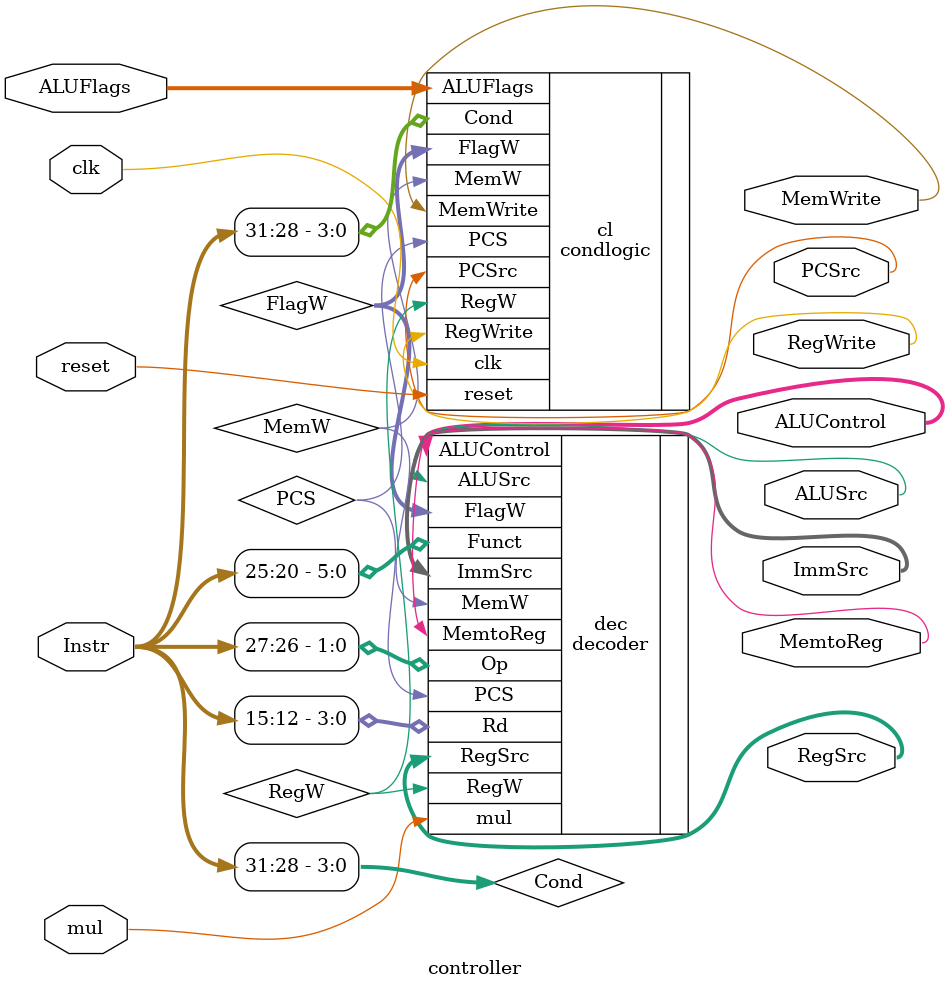
<source format=v>
module controller (
    input         clk,       // 时钟
    input         reset,     // 同步复位（高有效）
    input [31:12] Instr,     // 指令位段
    input [  3:0] ALUFlags,  // ALU NZCV 标志
    input         mul,

    output [3:0] RegSrc,      // 寄存器读端口选择
    output       RegWrite,    // 寄存器写使能
    output [2:0] ImmSrc,      // 立即数扩展控制
    output       ALUSrc,      // ALU SrcB 选择
    output [2:0] ALUControl,  // ALU 运算控制
    output       MemtoReg,    // 写回数据选择
    output       MemWrite,    // 数据存储器写使能
    output       PCSrc        // PC 更新选择
);

  // --------------------------------------------------------------------
  // 内部连线 - 优化声明，消除重复
  // --------------------------------------------------------------------
  wire [1:0] FlagW;  // 条件满足时，哪些 NZCV 位需要被 datapath 写回
  wire       PCS;  // 条件化 PC 写使能（分支指令）
  wire       RegW;  // 条件化寄存器写使能 (decoder → condlogic)
  wire       MemW;  // 条件化数据存储器写使能 (decoder → condlogic)
  wire [3:0] Cond;  // 条件码，直接从指令中提取以减少关键路径

  // 预先提取条件码，减少访问路径
  assign Cond = Instr[31:28];

  // --------------------------------------------------------------------
  // ① 指令译码 ─ 纯组合逻辑
  //    解析:
  //      • Instr[27:26] : 主操作码 (如 00=数据处理, 01=一次存储, 10=分支)
  //      • Instr[25:20] : 功能/位宽/立即数标志
  //      • Instr[15:12] : 目的寄存器 Rd
  // --------------------------------------------------------------------
  decoder dec (
      /* instr fields */
      .Op        (Instr[27:26]),  // 主操作码
      .Funct     (Instr[25:20]),  // 功能位
      .Rd        (Instr[15:12]),  // Rd
      /* outputs to condlogic / datapath */
      .FlagW     (FlagW),         // 指示 datapath 写回哪些 NZCV
      .PCS       (PCS),           // 条件化 PC 写
      .RegW      (RegW),          // 条件化寄存器写
      .MemW      (MemW),          // 条件化数据存储器写
      .MemtoReg  (MemtoReg),      // 写回数据选择
      .ALUSrc    (ALUSrc),        // ALU SrcB 选择
      .ImmSrc    (ImmSrc),        // 立即数扩展方式
      .RegSrc    (RegSrc),        // 寄存器读端口选择
      .ALUControl(ALUControl),    // ALU 运算控制
      .mul       (mul)            // 是否为乘法指令
  );

  // --------------------------------------------------------------------
  // ② 条件执行逻辑 ─ 时序逻辑
  //    • 基于指令顶 4 位 Cond 字段 + 当前 NZCV 判定条件是否成立
  //    • 一旦条件满足，则把 RegW/MemW/PCS 等写使能发往 datapath
  //    • FlagW 亦在此处寄存，以保证与运算结果同步
  // --------------------------------------------------------------------
  condlogic cl (
      .clk     (clk),       // 时钟
      .reset   (reset),     // 同步复位
      .Cond    (Cond),      // Cond 条件码 - 使用预提取变量
      .ALUFlags(ALUFlags),  // 当前 NZCV
      .FlagW   (FlagW),     // 需写回的 NZCV 位
      .PCS     (PCS),       // 来自 decoder 的 PC 写请求
      .RegW    (RegW),      // 来自 decoder 的寄存器写请求
      .MemW    (MemW),      // 来自 decoder 的 Mem 写请求
      /* Outputs */
      .PCSrc   (PCSrc),     // 实际的 PCSrc（条件化后）
      .RegWrite(RegWrite),  // 实际的 RegWrite
      .MemWrite(MemWrite)   // 实际的 MemWrite
  );

endmodule

</source>
